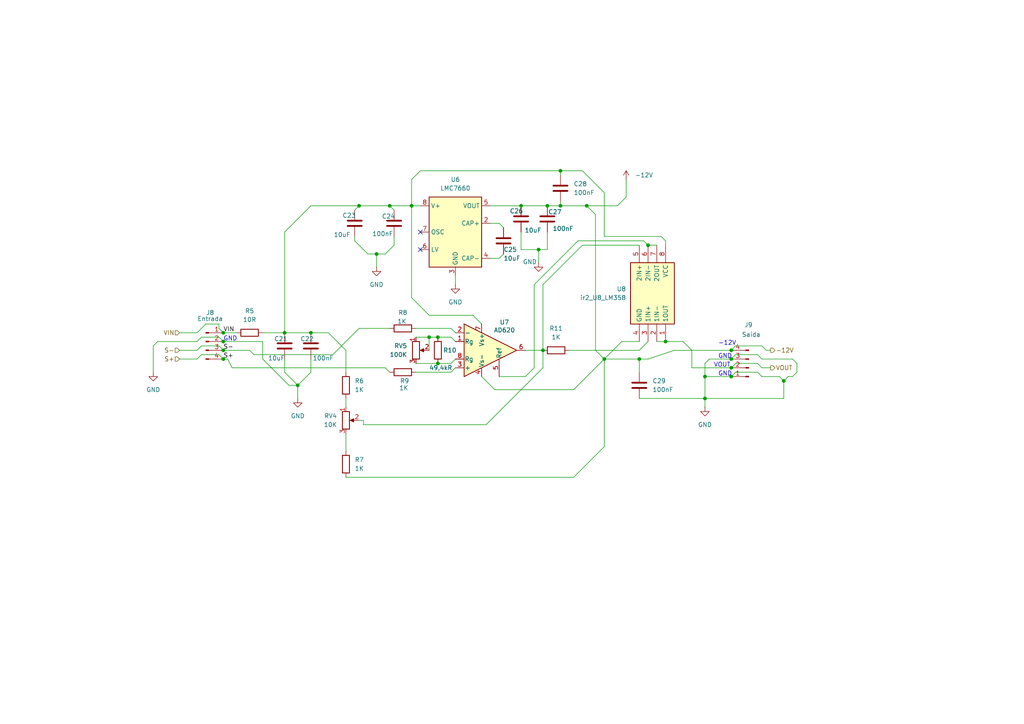
<source format=kicad_sch>
(kicad_sch (version 20250114) (generator "eeschema") (generator_version "9.0")
  (paper "A4")
  (title_block (title "PROJETO IR2_B2_UFAM") (date "07/08/2025") (rev "V1") (company "UFAM-UFMG") (comment 1 "1 - Software Proteus substituído pelo Software Kicad 9.0") (comment 2 "2 - Incluído Amplificafor de Instrumentação para reduzir ruídos") (comment 3 "3 - Incluídos conectores para cabos entrelaçados") (comment 4 "4 - Análise de 4 camadas para reduzir ruídos") (comment 5 "5 - Teste de clonagem"))
  (lib_symbols
    (symbol "Amplifier_Instrumentation:AD620" (pin_names (offset 0.127))
      (property "Reference" "U" (at 3.81 7.62 0))
      (property "Value" "AD620" (at 5.08 5.08 0))
      (symbol "AD620_0_1"
        (polyline (pts (xy -7.62 7.62) (xy -7.62 -7.62) (xy 7.62 0) (xy -7.62 7.62)) (stroke (width 0.254)) (fill (type background)))
      )
      (symbol "AD620_1_1"
        (pin input line (at -10.16 5.08 0) (length 2.54) (name "-") (number "2"))
        (pin passive line (at -10.16 2.54 0) (length 2.54) (name "Rg") (number "1"))
        (pin passive line (at -10.16 -2.54 0) (length 2.54) (name "Rg") (number "8"))
        (pin input line (at -10.16 -5.08 0) (length 2.54) (name "+") (number "3"))
        (pin power_in line (at -2.54 7.62 270) (length 2.54) (name "Vs+") (number "7"))
        (pin power_in line (at -2.54 -7.62 90) (length 2.54) (name "Vs-") (number "4"))
        (pin passive line (at 2.54 -7.62 90) (length 5.08) (name "Ref") (number "5"))
        (pin output line (at 10.16 0 180) (length 2.54) (name "~") (number "6"))
      )
    )
    (symbol "Connector:Conn_01x04_Pin" (pin_names (offset 1.016) (hide yes))
      (property "Reference" "J" (at 0 5.08 0))
      (property "Value" "Conn_01x04_Pin" (at 0 -7.62 0))
      (symbol "Conn_01x04_Pin_1_1"
        (rectangle (start 0.8636 2.667) (end 0 2.413) (stroke (width 0.1524)) (fill (type outline)))
        (rectangle (start 0.8636 0.127) (end 0 -0.127) (stroke (width 0.1524)) (fill (type outline)))
        (rectangle (start 0.8636 -2.413) (end 0 -2.667) (stroke (width 0.1524)) (fill (type outline)))
        (rectangle (start 0.8636 -4.953) (end 0 -5.207) (stroke (width 0.1524)) (fill (type outline)))
        (polyline (pts (xy 1.27 2.54) (xy 0.8636 2.54)) (stroke (width 0.1524)))
        (polyline (pts (xy 1.27 0) (xy 0.8636 0)) (stroke (width 0.1524)))
        (polyline (pts (xy 1.27 -2.54) (xy 0.8636 -2.54)) (stroke (width 0.1524)))
        (polyline (pts (xy 1.27 -5.08) (xy 0.8636 -5.08)) (stroke (width 0.1524)))
        (pin passive line (at 5.08 2.54 180) (length 3.81) (name "Pin_1") (number "1"))
        (pin passive line (at 5.08 0 180) (length 3.81) (name "Pin_2") (number "2"))
        (pin passive line (at 5.08 -2.54 180) (length 3.81) (name "Pin_3") (number "3"))
        (pin passive line (at 5.08 -5.08 180) (length 3.81) (name "Pin_4") (number "4"))
      )
    )
    (symbol "Device:C" (pin_numbers (hide yes)) (pin_names (offset 0.254))
      (property "Reference" "C" (at 0.635 2.54 0))
      (property "Value" "C" (at 0.635 -2.54 0))
      (symbol "C_0_1"
        (polyline (pts (xy -2.032 0.762) (xy 2.032 0.762)) (stroke (width 0.508)))
        (polyline (pts (xy -2.032 -0.762) (xy 2.032 -0.762)) (stroke (width 0.508)))
      )
      (symbol "C_1_1"
        (pin passive line (at 0 3.81 270) (length 2.794) (name "~") (number "1"))
        (pin passive line (at 0 -3.81 90) (length 2.794) (name "~") (number "2"))
      )
    )
    (symbol "Device:R" (pin_numbers (hide yes)) (pin_names (offset 0))
      (property "Reference" "R" (at 2.032 0 90))
      (property "Value" "R" (at 0 0 90))
      (symbol "R_0_1"
        (rectangle (start -1.016 -2.54) (end 1.016 2.54) (stroke (width 0.254)))
      )
      (symbol "R_1_1"
        (pin passive line (at 0 3.81 270) (length 1.27) (name "~") (number "1"))
        (pin passive line (at 0 -3.81 90) (length 1.27) (name "~") (number "2"))
      )
    )
    (symbol "Device:R_Potentiometer" (pin_names (offset 1.016) (hide yes))
      (property "Reference" "RV" (at -4.445 0 90))
      (property "Value" "R_Potentiometer" (at -2.54 0 90))
      (symbol "R_Potentiometer_0_1"
        (rectangle (start 1.016 2.54) (end -1.016 -2.54) (stroke (width 0.254)))
        (polyline (pts (xy 1.143 0) (xy 2.286 0.508) (xy 2.286 -0.508) (xy 1.143 0)) (fill (type outline)))
        (polyline (pts (xy 2.54 0) (xy 1.524 0)))
      )
      (symbol "R_Potentiometer_1_1"
        (pin passive line (at 0 3.81 270) (length 1.27) (name "1") (number "1"))
        (pin passive line (at 0 -3.81 90) (length 1.27) (name "3") (number "3"))
        (pin passive line (at 3.81 0 180) (length 1.27) (name "2") (number "2"))
      )
    )
    (symbol "Regulator_SwitchedCapacitor:LMC7660"
      (property "Reference" "U" (at -6.604 11.43 0))
      (property "Value" "LMC7660" (at 0 11.43 0))
      (symbol "LMC7660_0_1"
        (rectangle (start -7.62 10.16) (end 7.62 -10.16) (stroke (width 0.254)) (fill (type background)))
      )
      (symbol "LMC7660_1_1"
        (pin power_in line (at -10.16 7.62 0) (length 2.54) (name "V+") (number "8"))
        (pin input line (at -10.16 0 0) (length 2.54) (name "OSC") (number "7"))
        (pin input line (at -10.16 -5.08 0) (length 2.54) (name "LV") (number "6"))
        (pin no_connect line (at -7.62 5.08 0) (length 2.54) (hide yes) (name "NC") (number "1"))
        (pin power_in line (at 0 -12.7 90) (length 2.54) (name "GND") (number "3"))
        (pin power_out line (at 10.16 7.62 180) (length 2.54) (name "VOUT") (number "5"))
        (pin input line (at 10.16 2.54 180) (length 2.54) (name "CAP+") (number "2"))
        (pin input line (at 10.16 -7.62 180) (length 2.54) (name "CAP-") (number "4"))
      )
    )
    (symbol "lm358_Library:ir2_U8_LM358"
      (property "Reference" "U" (at 4.826 7.62 0))
      (property "Value" "ir2_U8_LM358" (at 4.826 5.08 0))
      (symbol "ir2_U8_LM358_1_1"
        (rectangle (start 5.08 2.54) (end 22.86 -10.16) (stroke (width 0.254)) (fill (type background)))
        (pin passive line (at 0 0 0) (length 5.08) (name "1OUT") (number "1"))
        (pin passive line (at 0 -2.54 0) (length 5.08) (name "1IN-") (number "2"))
        (pin passive line (at 0 -5.08 0) (length 5.08) (name "1IN+") (number "3"))
        (pin passive line (at 0 -7.62 0) (length 5.08) (name "GND") (number "4"))
        (pin passive line (at 27.94 0 180) (length 5.08) (name "VCC") (number "8"))
        (pin passive line (at 27.94 -2.54 180) (length 5.08) (name "2OUT") (number "7"))
        (pin passive line (at 27.94 -5.08 180) (length 5.08) (name "2IN-") (number "6"))
        (pin passive line (at 27.94 -7.62 180) (length 5.08) (name "2IN+") (number "5"))
      )
    )
    (symbol "power:GND" (power) (pin_numbers (hide yes)) (pin_names (offset 0) (hide yes))
      (property "Value" "GND" (at 0 -3.81 0))
      (symbol "GND_0_1"
        (polyline (pts (xy 0 0) (xy 0 -1.27) (xy 1.27 -1.27) (xy 0 -2.54) (xy -1.27 -1.27) (xy 0 -1.27)))
      )
      (symbol "GND_1_1"
        (pin power_in line (at 0 0 270) (length 0) (name "~") (number "1"))
      )
    )
    (symbol "power:VCC" (power) (pin_numbers (hide yes)) (pin_names (offset 0) (hide yes))
      (property "Value" "VCC" (at 0 3.556 0))
      (symbol "VCC_0_1"
        (polyline (pts (xy -0.762 1.27) (xy 0 2.54)))
        (polyline (pts (xy 0 2.54) (xy 0.762 1.27)))
        (polyline (pts (xy 0 0) (xy 0 2.54)))
      )
      (symbol "VCC_1_1"
        (pin power_in line (at 0 0 90) (length 0) (name "~") (number "1"))
      )
    )
  )
  (text "GND" (at 64.77 99.06 0) (effects (font (size 1.27 1.27)) (justify left bottom)))
  (text "-12V" (at 208.28 100.33 0) (effects (font (size 1.27 1.27)) (justify left bottom)))
  (text "GND" (at 208.28 104.14 0) (effects (font (size 1.27 1.27)) (justify left bottom)))
  (text "GND" (at 208.28 109.22 0) (effects (font (size 1.27 1.27)) (justify left bottom)))
  (text "VOUT" (at 207.01 106.68 0) (effects (font (size 1.27 1.27)) (justify left bottom)))
  (junction (at 64.77 104.14))
  (junction (at 156.21 72.39))
  (junction (at 170.18 59.69))
  (junction (at 64.77 101.6))
  (junction (at 127 105.41))
  (junction (at 227.33 110.49))
  (junction (at 204.47 115.57))
  (junction (at 175.26 104.14))
  (junction (at 185.42 104.14))
  (junction (at 82.55 96.52))
  (junction (at 109.22 73.66))
  (junction (at 64.77 99.06))
  (junction (at 113.03 59.69))
  (junction (at 124.46 97.79))
  (junction (at 187.96 71.12))
  (junction (at 158.75 59.69))
  (junction (at 90.17 96.52))
  (junction (at 162.56 59.69))
  (junction (at 119.38 59.69))
  (junction (at 212.09 101.6))
  (junction (at 151.13 59.69))
  (junction (at 193.04 99.06))
  (junction (at 157.48 101.6))
  (junction (at 64.77 96.52))
  (junction (at 127 97.79))
  (junction (at 212.09 109.22))
  (junction (at 212.09 104.14))
  (junction (at 162.56 49.53))
  (junction (at 104.14 59.69))
  (junction (at 204.47 109.22))
  (junction (at 86.36 111.76))
  (junction (at 212.09 106.68))
  (no_connect (at 121.92 67.31))
  (no_connect (at 121.92 72.39))
  (wire (pts (xy 114.3 60.96) (xy 113.03 59.69)))
  (wire (pts (xy 175.26 104.14) (xy 175.26 129.54)))
  (wire (pts (xy 220.98 104.14) (xy 219.71 102.87)))
  (wire (pts (xy 204.47 109.22) (xy 204.47 115.57)))
  (wire (pts (xy 213.36 107.95) (xy 212.09 109.22)))
  (wire (pts (xy 82.55 107.95) (xy 82.55 104.14)))
  (wire (pts (xy 185.42 104.14) (xy 185.42 107.95)))
  (wire (pts (xy 229.87 109.22) (xy 228.6 109.22)))
  (wire (pts (xy 100.33 101.6) (xy 95.25 96.52)))
  (wire (pts (xy 59.69 93.98) (xy 63.5 93.98)))
  (wire (pts (xy 193.04 69.85) (xy 193.04 71.12)))
  (wire (pts (xy 157.48 82.55) (xy 157.48 101.6)))
  (wire (pts (xy 220.98 106.68) (xy 219.71 105.41)))
  (wire (pts (xy 102.87 60.96) (xy 104.14 59.69)))
  (wire (pts (xy 119.38 59.69) (xy 121.92 59.69)))
  (wire (pts (xy 156.21 72.39) (xy 156.21 76.2)))
  (wire (pts (xy 193.04 69.85) (xy 191.77 68.58)))
  (wire (pts (xy 172.72 62.23) (xy 170.18 59.69)))
  (wire (pts (xy 142.24 59.69) (xy 151.13 59.69)))
  (wire (pts (xy 167.64 69.85) (xy 154.94 82.55)))
  (wire (pts (xy 168.91 71.12) (xy 157.48 82.55)))
  (wire (pts (xy 127 105.41) (xy 130.81 105.41)))
  (wire (pts (xy 106.68 73.66) (xy 109.22 73.66)))
  (wire (pts (xy 102.87 68.58) (xy 102.87 69.85)))
  (wire (pts (xy 204.47 115.57) (xy 204.47 118.11)))
  (wire (pts (xy 185.42 104.14) (xy 187.96 104.14)))
  (wire (pts (xy 172.72 101.6) (xy 172.72 62.23)))
  (wire (pts (xy 154.94 106.68) (xy 152.4 109.22)))
  (wire (pts (xy 58.42 102.87) (xy 63.5 102.87)))
  (wire (pts (xy 222.25 101.6) (xy 220.98 100.33)))
  (wire (pts (xy 229.87 104.14) (xy 231.14 105.41)))
  (wire (pts (xy 64.77 99.06) (xy 76.2 99.06)))
  (wire (pts (xy 82.55 96.52) (xy 82.55 67.31)))
  (wire (pts (xy 213.36 102.87) (xy 219.71 102.87)))
  (wire (pts (xy 200.66 101.6) (xy 200.66 106.68)))
  (wire (pts (xy 186.69 69.85) (xy 167.64 69.85)))
  (wire (pts (xy 157.48 101.6) (xy 157.48 106.68)))
  (wire (pts (xy 223.52 101.6) (xy 222.25 101.6)))
  (wire (pts (xy 130.81 105.41) (xy 132.08 104.14)))
  (wire (pts (xy 76.2 99.06) (xy 76.2 104.14)))
  (wire (pts (xy 227.33 110.49) (xy 227.33 115.57)))
  (wire (pts (xy 220.98 100.33) (xy 213.36 100.33)))
  (wire (pts (xy 57.15 101.6) (xy 58.42 100.33)))
  (wire (pts (xy 52.07 104.14) (xy 57.15 104.14)))
  (wire (pts (xy 187.96 104.14) (xy 195.58 101.6)))
  (wire (pts (xy 82.55 67.31) (xy 90.17 59.69)))
  (wire (pts (xy 175.26 104.14) (xy 172.72 101.6)))
  (wire (pts (xy 144.78 109.22) (xy 152.4 109.22)))
  (wire (pts (xy 165.1 101.6) (xy 185.42 101.6)))
  (wire (pts (xy 44.45 100.33) (xy 44.45 107.95)))
  (wire (pts (xy 181.61 52.07) (xy 181.61 57.15)))
  (wire (pts (xy 151.13 67.31) (xy 151.13 72.39)))
  (wire (pts (xy 166.37 138.43) (xy 175.26 129.54)))
  (wire (pts (xy 180.34 99.06) (xy 175.26 104.14)))
  (wire (pts (xy 124.46 91.44) (xy 119.38 86.36)))
  (wire (pts (xy 124.46 97.79) (xy 127 97.79)))
  (wire (pts (xy 121.92 49.53) (xy 162.56 49.53)))
  (wire (pts (xy 130.81 107.95) (xy 132.08 106.68)))
  (wire (pts (xy 162.56 49.53) (xy 168.91 49.53)))
  (wire (pts (xy 124.46 97.79) (xy 124.46 101.6)))
  (wire (pts (xy 190.5 99.06) (xy 193.04 99.06)))
  (wire (pts (xy 52.07 101.6) (xy 57.15 101.6)))
  (wire (pts (xy 57.15 96.52) (xy 59.69 93.98)))
  (wire (pts (xy 130.81 95.25) (xy 132.08 96.52)))
  (wire (pts (xy 213.36 102.87) (xy 212.09 104.14)))
  (wire (pts (xy 57.15 104.14) (xy 58.42 102.87)))
  (wire (pts (xy 162.56 59.69) (xy 170.18 59.69)))
  (wire (pts (xy 86.36 111.76) (xy 86.36 115.57)))
  (wire (pts (xy 127 97.79) (xy 130.81 97.79)))
  (wire (pts (xy 144.78 64.77) (xy 146.05 66.04)))
  (wire (pts (xy 63.5 95.25) (xy 64.77 96.52)))
  (wire (pts (xy 67.31 106.68) (xy 66.04 104.14)))
  (wire (pts (xy 137.16 91.44) (xy 124.46 91.44)))
  (wire (pts (xy 57.15 99.06) (xy 58.42 97.79)))
  (wire (pts (xy 185.42 71.12) (xy 168.91 71.12)))
  (wire (pts (xy 151.13 72.39) (xy 156.21 72.39)))
  (wire (pts (xy 100.33 107.95) (xy 100.33 101.6)))
  (wire (pts (xy 140.97 123.19) (xy 157.48 106.68)))
  (wire (pts (xy 220.98 104.14) (xy 229.87 104.14)))
  (wire (pts (xy 204.47 109.22) (xy 212.09 109.22)))
  (wire (pts (xy 187.96 71.12) (xy 186.69 69.85)))
  (wire (pts (xy 104.14 95.25) (xy 96.52 102.87)))
  (wire (pts (xy 90.17 96.52) (xy 95.25 96.52)))
  (wire (pts (xy 204.47 115.57) (xy 227.33 115.57)))
  (wire (pts (xy 64.77 104.14) (xy 66.04 104.14)))
  (wire (pts (xy 90.17 107.95) (xy 86.36 111.76)))
  (wire (pts (xy 114.3 68.58) (xy 114.3 71.12)))
  (wire (pts (xy 166.37 113.03) (xy 175.26 104.14)))
  (wire (pts (xy 102.87 69.85) (xy 106.68 73.66)))
  (wire (pts (xy 96.52 102.87) (xy 73.66 102.87)))
  (wire (pts (xy 142.24 64.77) (xy 144.78 64.77)))
  (wire (pts (xy 82.55 107.95) (xy 86.36 111.76)))
  (wire (pts (xy 193.04 99.06) (xy 198.12 99.06)))
  (wire (pts (xy 52.07 96.52) (xy 57.15 96.52)))
  (wire (pts (xy 104.14 121.92) (xy 105.41 121.92)))
  (wire (pts (xy 205.74 104.14) (xy 212.09 104.14)))
  (wire (pts (xy 213.36 105.41) (xy 212.09 106.68)))
  (wire (pts (xy 187.96 99.06) (xy 185.42 101.6)))
  (wire (pts (xy 185.42 115.57) (xy 204.47 115.57)))
  (wire (pts (xy 109.22 73.66) (xy 109.22 77.47)))
  (wire (pts (xy 162.56 49.53) (xy 162.56 50.8)))
  (wire (pts (xy 58.42 97.79) (xy 63.5 97.79)))
  (wire (pts (xy 185.42 99.06) (xy 180.34 99.06)))
  (wire (pts (xy 63.5 102.87) (xy 64.77 104.14)))
  (wire (pts (xy 44.45 100.33) (xy 45.72 99.06)))
  (wire (pts (xy 104.14 59.69) (xy 113.03 59.69)))
  (wire (pts (xy 64.77 96.52) (xy 68.58 96.52)))
  (wire (pts (xy 204.47 105.41) (xy 204.47 109.22)))
  (wire (pts (xy 220.98 109.22) (xy 219.71 107.95)))
  (wire (pts (xy 158.75 59.69) (xy 162.56 59.69)))
  (wire (pts (xy 130.81 97.79) (xy 132.08 99.06)))
  (wire (pts (xy 223.52 106.68) (xy 220.98 106.68)))
  (wire (pts (xy 185.42 104.14) (xy 175.26 104.14)))
  (wire (pts (xy 119.38 59.69) (xy 119.38 52.07)))
  (wire (pts (xy 219.71 105.41) (xy 213.36 105.41)))
  (wire (pts (xy 219.71 107.95) (xy 213.36 107.95)))
  (wire (pts (xy 119.38 52.07) (xy 121.92 49.53)))
  (wire (pts (xy 143.51 113.03) (xy 166.37 113.03)))
  (wire (pts (xy 76.2 104.14) (xy 83.82 111.76)))
  (wire (pts (xy 231.14 107.95) (xy 229.87 109.22)))
  (wire (pts (xy 113.03 59.69) (xy 119.38 59.69)))
  (wire (pts (xy 175.26 55.88) (xy 175.26 68.58)))
  (wire (pts (xy 142.24 74.93) (xy 144.78 74.93)))
  (wire (pts (xy 187.96 71.12) (xy 190.5 71.12)))
  (wire (pts (xy 139.7 109.22) (xy 143.51 113.03)))
  (wire (pts (xy 120.65 107.95) (xy 130.81 107.95)))
  (wire (pts (xy 139.7 93.98) (xy 137.16 91.44)))
  (wire (pts (xy 220.98 109.22) (xy 226.06 109.22)))
  (wire (pts (xy 200.66 106.68) (xy 212.09 106.68)))
  (wire (pts (xy 83.82 111.76) (xy 86.36 111.76)))
  (wire (pts (xy 111.76 106.68) (xy 113.03 107.95)))
  (wire (pts (xy 151.13 59.69) (xy 158.75 59.69)))
  (wire (pts (xy 67.31 106.68) (xy 111.76 106.68)))
  (wire (pts (xy 105.41 121.92) (xy 105.41 123.19)))
  (wire (pts (xy 63.5 100.33) (xy 64.77 101.6)))
  (wire (pts (xy 90.17 107.95) (xy 90.17 104.14)))
  (wire (pts (xy 170.18 59.69) (xy 179.07 59.69)))
  (wire (pts (xy 114.3 71.12) (xy 111.76 73.66)))
  (wire (pts (xy 119.38 59.69) (xy 119.38 86.36)))
  (wire (pts (xy 132.08 80.01) (xy 132.08 82.55)))
  (wire (pts (xy 63.5 97.79) (xy 64.77 99.06)))
  (wire (pts (xy 228.6 109.22) (xy 227.33 110.49)))
  (wire (pts (xy 100.33 138.43) (xy 166.37 138.43)))
  (wire (pts (xy 195.58 101.6) (xy 212.09 101.6)))
  (wire (pts (xy 226.06 109.22) (xy 227.33 110.49)))
  (wire (pts (xy 158.75 67.31) (xy 158.75 72.39)))
  (wire (pts (xy 105.41 123.19) (xy 140.97 123.19)))
  (wire (pts (xy 181.61 57.15) (xy 179.07 59.69)))
  (wire (pts (xy 154.94 82.55) (xy 154.94 106.68)))
  (wire (pts (xy 175.26 68.58) (xy 191.77 68.58)))
  (wire (pts (xy 58.42 100.33) (xy 63.5 100.33)))
  (wire (pts (xy 64.77 101.6) (xy 72.39 101.6)))
  (wire (pts (xy 198.12 99.06) (xy 200.66 101.6)))
  (wire (pts (xy 168.91 49.53) (xy 175.26 55.88)))
  (wire (pts (xy 73.66 102.87) (xy 72.39 101.6)))
  (wire (pts (xy 120.65 97.79) (xy 124.46 97.79)))
  (wire (pts (xy 144.78 74.93) (xy 146.05 73.66)))
  (wire (pts (xy 76.2 96.52) (xy 82.55 96.52)))
  (wire (pts (xy 90.17 59.69) (xy 104.14 59.69)))
  (wire (pts (xy 162.56 58.42) (xy 162.56 59.69)))
  (wire (pts (xy 45.72 99.06) (xy 57.15 99.06)))
  (wire (pts (xy 100.33 125.73) (xy 100.33 130.81)))
  (wire (pts (xy 82.55 96.52) (xy 90.17 96.52)))
  (wire (pts (xy 113.03 95.25) (xy 104.14 95.25)))
  (wire (pts (xy 120.65 95.25) (xy 130.81 95.25)))
  (wire (pts (xy 109.22 73.66) (xy 111.76 73.66)))
  (wire (pts (xy 63.5 93.98) (xy 63.5 95.25)))
  (wire (pts (xy 120.65 105.41) (xy 127 105.41)))
  (wire (pts (xy 213.36 100.33) (xy 212.09 101.6)))
  (wire (pts (xy 204.47 105.41) (xy 205.74 104.14)))
  (wire (pts (xy 100.33 115.57) (xy 100.33 118.11)))
  (wire (pts (xy 156.21 72.39) (xy 158.75 72.39)))
  (wire (pts (xy 152.4 101.6) (xy 157.48 101.6)))
  (wire (pts (xy 231.14 105.41) (xy 231.14 107.95)))
  (label "S+" (at 64.77 104.14 0))
  (label "S-" (at 64.77 101.6 0))
  (label "VIN" (at 64.77 96.52 0))
  (hierarchical_label "S+" (shape input) (at 52.07 104.14 180))
  (hierarchical_label "S-" (shape input) (at 52.07 101.6 180))
  (hierarchical_label "-12V" (shape output) (at 223.52 101.6 0))
  (hierarchical_label "VOUT" (shape output) (at 223.52 106.68 0))
  (hierarchical_label "VIN" (shape input) (at 52.07 96.52 180))
  (symbol (lib_id "Device:R") (at 100.33 134.62 180) (unit 1)
    (property "Reference" "R7" (at 102.87 133.3499 0) (effects (justify right)))
    (property "Value" "1K" (at 102.87 135.8899 0) (effects (justify right)))
    (property "Footprint" "Resistor_SMD:R_0805_2012Metric" (effects (hide yes)))
    (property "Description" "Resistor" (effects (hide yes)))
  )
  (symbol (lib_id "Device:R") (at 116.84 95.25 270) (unit 1)
    (property "Reference" "R8" (at 116.84 90.678 90))
    (property "Value" "1K" (at 116.586 93.218 90))
    (property "Footprint" "Resistor_SMD:R_0805_2012Metric" (effects (hide yes)))
    (property "Description" "Resistor" (effects (hide yes)))
  )
  (symbol (lib_id "power:GND") (at 109.22 77.47 0) (unit 1)
    (property "Reference" "#PWR024" (effects (hide yes)))
    (property "Value" "GND" (at 109.22 82.55 0))
    (property "Description" "Power symbol creates a global label with name \"GND\" , ground" (effects (hide yes)))
  )
  (symbol (lib_id "Regulator_SwitchedCapacitor:LMC7660") (at 132.08 67.31 0) (unit 1)
    (property "Reference" "U6" (at 132.08 52.07 0))
    (property "Value" "LMC7660" (at 132.08 54.61 0))
    (property "Footprint" "Package_SO:SOIC-8_5.3x5.3mm_P1.27mm" (effects (hide yes)))
    (property "Datasheet" "http://www.ti.com/lit/ds/symlink/lmc7660.pdf" (effects (hide yes)))
    (property "Description" "Voltage converter from +1.5V to +10V to +1.5V to +10V, SO-8/DIP-8" (effects (hide yes)))
  )
  (symbol (lib_id "Device:C") (at 151.13 63.5 0) (unit 1)
    (property "Reference" "C26" (at 147.828 61.214 0) (effects (justify left)))
    (property "Value" "10uF" (at 152.146 66.802 0) (effects (justify left)))
    (property "Footprint" "Capacitor_SMD:C_Elec_3x5.4" (effects (hide yes)))
    (property "Description" "Unpolarized capacitor" (effects (hide yes)))
  )
  (symbol (lib_id "Device:R") (at 127 101.6 0) (unit 1)
    (property "Reference" "R10" (at 128.524 101.6 0) (effects (justify left)))
    (property "Value" "49,4kR" (at 124.46 106.68 0) (effects (justify left)))
    (property "Footprint" "Resistor_SMD:R_0805_2012Metric" (effects (hide yes)))
    (property "Description" "Resistor" (effects (hide yes)))
  )
  (symbol (lib_id "Device:C") (at 102.87 64.77 0) (unit 1)
    (property "Reference" "C23" (at 99.314 62.484 0) (effects (justify left)))
    (property "Value" "10uF" (at 96.774 68.072 0) (effects (justify left)))
    (property "Footprint" "Capacitor_SMD:C_Elec_3x5.4" (effects (hide yes)))
    (property "Description" "Unpolarized capacitor" (effects (hide yes)))
  )
  (symbol (lib_id "power:GND") (at 132.08 82.55 0) (unit 1)
    (property "Reference" "#PWR025" (effects (hide yes)))
    (property "Value" "GND" (at 132.08 87.63 0))
    (property "Description" "Power symbol creates a global label with name \"GND\" , ground" (effects (hide yes)))
  )
  (symbol (lib_id "power:VCC") (at 181.61 52.07 0) (unit 1)
    (property "Reference" "#PWR038" (effects (hide yes)))
    (property "Value" "-12V" (at 184.15 50.7999 0) (effects (justify left)))
    (property "Description" "Power symbol creates a global label with name \"VCC\"" (effects (hide yes)))
  )
  (symbol (lib_id "Device:C") (at 146.05 69.85 180) (unit 1)
    (property "Reference" "C25" (at 146.05 72.3899 0) (effects (justify right)))
    (property "Value" "10uF" (at 146.05 74.9299 0) (effects (justify right)))
    (property "Footprint" "Capacitor_SMD:C_Elec_3x5.4" (effects (hide yes)))
    (property "Description" "Unpolarized capacitor" (effects (hide yes)))
  )
  (symbol (lib_id "Device:C") (at 82.55 100.33 0) (unit 1)
    (property "Reference" "C21" (at 79.502 98.298 0) (effects (justify left)))
    (property "Value" "10uF" (at 77.724 103.886 0) (effects (justify left)))
    (property "Footprint" "Capacitor_SMD:C_Elec_3x5.4" (effects (hide yes)))
    (property "Description" "Unpolarized capacitor" (effects (hide yes)))
  )
  (symbol (lib_id "Device:C") (at 114.3 64.77 0) (unit 1)
    (property "Reference" "C24" (at 110.744 62.738 0) (effects (justify left)))
    (property "Value" "100nF" (at 107.95 67.818 0) (effects (justify left)))
    (property "Footprint" "Capacitor_SMD:C_0805_2012Metric_Pad1.18x1.45mm_HandSolder" (effects (hide yes)))
    (property "Description" "Unpolarized capacitor" (effects (hide yes)))
  )
  (symbol (lib_id "power:GND") (at 44.45 107.95 0) (unit 1)
    (property "Reference" "#PWR06" (effects (hide yes)))
    (property "Value" "GND" (at 44.45 113.03 0))
    (property "Description" "Power symbol creates a global label with name \"GND\" , ground" (effects (hide yes)))
  )
  (symbol (lib_id "Device:C") (at 185.42 111.76 180) (unit 1)
    (property "Reference" "C29" (at 189.23 110.4899 0) (effects (justify right)))
    (property "Value" "100nF" (at 189.23 113.0299 0) (effects (justify right)))
    (property "Footprint" "Capacitor_SMD:C_0805_2012Metric" (effects (hide yes)))
    (property "Description" "Unpolarized capacitor" (effects (hide yes)))
  )
  (symbol (lib_id "Device:R") (at 116.84 107.95 270) (unit 1)
    (property "Reference" "R9" (at 117.348 110.49 90))
    (property "Value" "1K" (at 117.094 112.522 90))
    (property "Footprint" "Resistor_SMD:R_0805_2012Metric" (effects (hide yes)))
    (property "Description" "Resistor" (effects (hide yes)))
  )
  (symbol (lib_id "Device:R_Potentiometer") (at 120.65 101.6 0) (unit 1)
    (property "Reference" "RV5" (at 118.11 100.3299 0) (effects (justify right)))
    (property "Value" "100K" (at 118.11 102.8699 0) (effects (justify right)))
    (property "Footprint" "Potentiometer_THT:Potentiometer_Bourns_3296W_Vertical" (effects (hide yes)))
    (property "Description" "Potentiometer" (effects (hide yes)))
  )
  (symbol (lib_id "power:GND") (at 204.47 118.11 0) (unit 1)
    (property "Reference" "#PWR027" (effects (hide yes)))
    (property "Value" "GND" (at 204.47 123.19 0))
    (property "Description" "Power symbol creates a global label with name \"GND\" , ground" (effects (hide yes)))
  )
  (symbol (lib_id "Device:R") (at 100.33 111.76 180) (unit 1)
    (property "Reference" "R6" (at 102.87 110.4899 0) (effects (justify right)))
    (property "Value" "1K" (at 102.87 113.0299 0) (effects (justify right)))
    (property "Footprint" "Resistor_SMD:R_0805_2012Metric" (effects (hide yes)))
    (property "Description" "Resistor" (effects (hide yes)))
  )
  (symbol (lib_id "Device:C") (at 162.56 54.61 180) (unit 1)
    (property "Reference" "C28" (at 166.37 53.3399 0) (effects (justify right)))
    (property "Value" "100nF" (at 166.37 55.8799 0) (effects (justify right)))
    (property "Footprint" "Capacitor_SMD:C_0805_2012Metric" (effects (hide yes)))
    (property "Description" "Unpolarized capacitor" (effects (hide yes)))
  )
  (symbol (lib_id "Device:R_Potentiometer") (at 100.33 121.92 0) (unit 1)
    (property "Reference" "RV4" (at 97.79 120.6499 0) (effects (justify right)))
    (property "Value" "10K" (at 97.79 123.1899 0) (effects (justify right)))
    (property "Footprint" "Potentiometer_THT:Potentiometer_Bourns_3296W_Vertical" (effects (hide yes)))
    (property "Description" "Potentiometer" (effects (hide yes)))
  )
  (symbol (lib_id "Connector:Conn_01x04_Pin") (at 59.69 99.06 0) (unit 1)
    (property "Reference" "J8" (at 60.96 90.678 0))
    (property "Value" "Entrada" (at 60.96 92.456 0))
    (property "Footprint" "Connector_Molex:Molex_KK-254_AE-6410-04A_1x04_P2.54mm_Vertical" (effects (hide yes)))
    (property "Description" "Generic connector, single row, 01x04, script generated" (effects (hide yes)))
  )
  (symbol (lib_id "Device:C") (at 90.17 100.33 0) (unit 1)
    (property "Reference" "C22" (at 87.122 98.298 0) (effects (justify left)))
    (property "Value" "100nF" (at 90.678 103.886 0) (effects (justify left)))
    (property "Footprint" "Capacitor_SMD:C_0805_2012Metric" (effects (hide yes)))
    (property "Description" "Unpolarized capacitor" (effects (hide yes)))
  )
  (symbol (lib_id "Device:C") (at 158.75 63.5 0) (unit 1)
    (property "Reference" "C27" (at 159.004 61.468 0) (effects (justify left)))
    (property "Value" "100nF" (at 160.274 66.294 0) (effects (justify left)))
    (property "Footprint" "Capacitor_SMD:C_0805_2012Metric" (effects (hide yes)))
    (property "Description" "Unpolarized capacitor" (effects (hide yes)))
  )
  (symbol (lib_id "power:GND") (at 156.21 76.2 0) (unit 1)
    (property "Reference" "#PWR026" (effects (hide yes)))
    (property "Value" "GND" (at 153.67 75.946 0))
    (property "Description" "Power symbol creates a global label with name \"GND\" , ground" (effects (hide yes)))
  )
  (symbol (lib_id "Device:R") (at 161.29 101.6 90) (unit 1)
    (property "Reference" "R11" (at 161.29 95.25 90))
    (property "Value" "1K" (at 161.29 97.79 90))
    (property "Footprint" "Resistor_SMD:R_0805_2012Metric_Pad1.20x1.40mm_HandSolder" (effects (hide yes)))
    (property "Description" "Resistor" (effects (hide yes)))
  )
  (symbol (lib_id "Connector:Conn_01x04_Pin") (at 217.17 106.68 180) (unit 1)
    (property "Reference" "J9" (at 215.9 94.234 0) (effects (justify right)))
    (property "Value" "Saída" (at 215.138 97.028 0) (effects (justify right)))
    (property "Footprint" "Connector_Molex:Molex_KK-254_AE-6410-04A_1x04_P2.54mm_Vertical" (effects (hide yes)))
    (property "Description" "Generic connector, single row, 01x04, script generated" (effects (hide yes)))
  )
  (symbol (lib_id "Amplifier_Instrumentation:AD620") (at 142.24 101.6 0) (unit 1)
    (property "Reference" "U7" (at 146.304 93.472 0))
    (property "Value" "AD620" (at 146.304 95.758 0))
    (property "Footprint" "Package_SO:SOIC-8_5.3x5.3mm_P1.27mm" (effects (hide yes)))
    (property "Datasheet" "https://www.analog.com/media/en/technical-documentation/data-sheets/AD620.pdf" (effects (hide yes)))
    (property "Description" "Low Cost, Low Power, Instrumentation Amplifier, DIP-8/SOIC-8" (effects (hide yes)))
  )
  (symbol (lib_id "lm358_Library:ir2_U8_LM358") (at 193.04 99.06 270) (mirror x) (unit 1)
    (property "Reference" "U8" (at 181.61 83.8199 90) (effects (justify right)))
    (property "Value" "ir2_U8_LM358" (at 181.61 86.3599 90) (effects (justify right)))
    (property "Footprint" "IR2_Library:IR2_UFAM_V1_LM358" (effects (hide yes)))
    (property "Datasheet" "https://datasheet.lcsc.com/szlcsc/1902201702_IDCHIP-LM358_C329455.pdf" (effects (hide yes)))
    (property "Description" "Operational Amplifiers SOP-8 RoHS" (effects (hide yes)))
    (property "Height" "1.5" (effects (hide yes)))
    (property "Manufacturer_Name" "IDCHIP" (effects (hide yes)))
    (property "Manufacturer_Part_Number" "LM358" (effects (hide yes)))
  )
  (symbol (lib_id "power:GND") (at 86.36 115.57 0) (unit 1)
    (property "Reference" "#PWR07" (effects (hide yes)))
    (property "Value" "GND" (at 86.36 120.65 0))
    (property "Description" "Power symbol creates a global label with name \"GND\" , ground" (effects (hide yes)))
  )
  (symbol (lib_id "Device:R") (at 72.39 96.52 90) (unit 1)
    (property "Reference" "R5" (at 72.39 90.17 90))
    (property "Value" "10R" (at 72.39 92.71 90))
    (property "Footprint" "Resistor_SMD:R_0805_2012Metric" (effects (hide yes)))
    (property "Description" "Resistor" (effects (hide yes)))
  )
)
</source>
